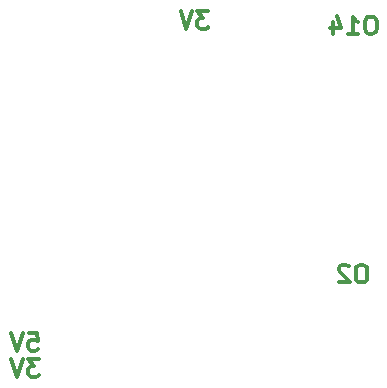
<source format=gbo>
G04 (created by PCBNEW (2013-07-07 BZR 4022)-stable) date 9/20/2014 6:20:16 AM*
%MOIN*%
G04 Gerber Fmt 3.4, Leading zero omitted, Abs format*
%FSLAX34Y34*%
G01*
G70*
G90*
G04 APERTURE LIST*
%ADD10C,0.00590551*%
%ADD11C,0.011811*%
G04 APERTURE END LIST*
G54D10*
G54D11*
X72699Y-51648D02*
X72334Y-51648D01*
X72531Y-51873D01*
X72446Y-51873D01*
X72390Y-51901D01*
X72362Y-51929D01*
X72334Y-51985D01*
X72334Y-52126D01*
X72362Y-52182D01*
X72390Y-52210D01*
X72446Y-52239D01*
X72615Y-52239D01*
X72671Y-52210D01*
X72699Y-52182D01*
X72165Y-51648D02*
X71968Y-52239D01*
X71771Y-51648D01*
X72362Y-50773D02*
X72643Y-50773D01*
X72671Y-51054D01*
X72643Y-51026D01*
X72587Y-50998D01*
X72446Y-50998D01*
X72390Y-51026D01*
X72362Y-51054D01*
X72334Y-51110D01*
X72334Y-51251D01*
X72362Y-51307D01*
X72390Y-51335D01*
X72446Y-51364D01*
X72587Y-51364D01*
X72643Y-51335D01*
X72671Y-51307D01*
X72165Y-50773D02*
X71968Y-51364D01*
X71771Y-50773D01*
X83512Y-48498D02*
X83399Y-48498D01*
X83343Y-48526D01*
X83287Y-48582D01*
X83259Y-48695D01*
X83259Y-48892D01*
X83287Y-49004D01*
X83343Y-49060D01*
X83399Y-49089D01*
X83512Y-49089D01*
X83568Y-49060D01*
X83624Y-49004D01*
X83653Y-48892D01*
X83653Y-48695D01*
X83624Y-48582D01*
X83568Y-48526D01*
X83512Y-48498D01*
X83034Y-48554D02*
X83006Y-48526D01*
X82950Y-48498D01*
X82809Y-48498D01*
X82753Y-48526D01*
X82725Y-48554D01*
X82696Y-48610D01*
X82696Y-48667D01*
X82725Y-48751D01*
X83062Y-49089D01*
X82696Y-49089D01*
X78349Y-40048D02*
X77984Y-40048D01*
X78181Y-40273D01*
X78096Y-40273D01*
X78040Y-40301D01*
X78012Y-40329D01*
X77984Y-40385D01*
X77984Y-40526D01*
X78012Y-40582D01*
X78040Y-40610D01*
X78096Y-40639D01*
X78265Y-40639D01*
X78321Y-40610D01*
X78349Y-40582D01*
X77815Y-40048D02*
X77618Y-40639D01*
X77421Y-40048D01*
X83818Y-40223D02*
X83706Y-40223D01*
X83649Y-40251D01*
X83593Y-40307D01*
X83565Y-40420D01*
X83565Y-40617D01*
X83593Y-40729D01*
X83649Y-40785D01*
X83706Y-40814D01*
X83818Y-40814D01*
X83874Y-40785D01*
X83931Y-40729D01*
X83959Y-40617D01*
X83959Y-40420D01*
X83931Y-40307D01*
X83874Y-40251D01*
X83818Y-40223D01*
X83003Y-40814D02*
X83340Y-40814D01*
X83171Y-40814D02*
X83171Y-40223D01*
X83228Y-40307D01*
X83284Y-40364D01*
X83340Y-40392D01*
X82496Y-40420D02*
X82496Y-40814D01*
X82637Y-40195D02*
X82778Y-40617D01*
X82412Y-40617D01*
M02*

</source>
